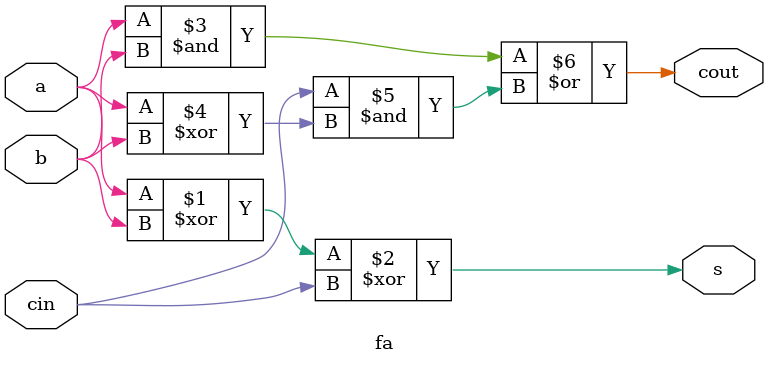
<source format=sv>
`timescale 1ns/1ps
`default_nettype none
module fa (
  input logic a, b, cin,
  output logic s, cout
);
  assign s = a ^ b ^ cin;
  assign cout = (a & b) | (cin & (a ^ b));
endmodule

</source>
